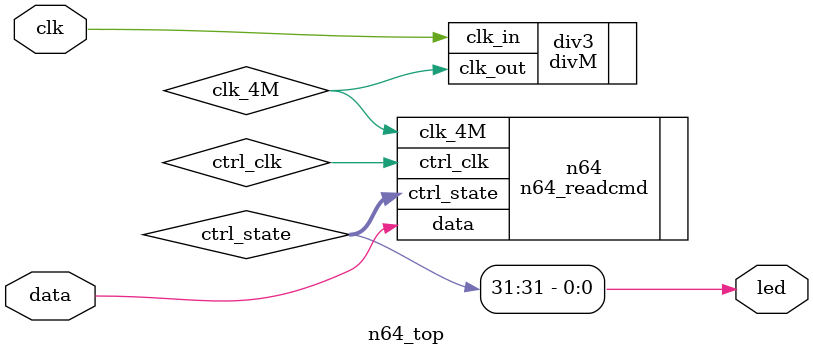
<source format=v>
module n64_top(input wire clk, inout data, output led);

wire [31:0] ctrl_state;
wire ctrl_clk;

assign led = ctrl_state[31];

// Generate 4 MHz clock from 12 MHz main clock
wire clk_4M;
divM #(.M(3)) div3 (
    .clk_in(clk),
    .clk_out(clk_4M)
    );

// N64 controller reader
n64_readcmd n64 (
    .clk_4M(clk_4M),
    .data(data),
    .ctrl_state(ctrl_state),
    .ctrl_clk(ctrl_clk)
  );

endmodule

</source>
